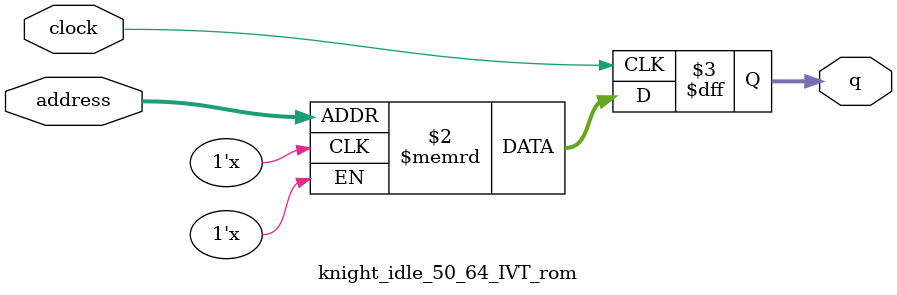
<source format=sv>
module knight_idle_50_64_IVT_rom (
	input logic clock,
	input logic [11:0] address,
	output logic [2:0] q
);

logic [2:0] memory [0:3199] /* synthesis ram_init_file = "./knight_idle_50_64_IVT/knight_idle_50_64_IVT.mif" */;

always_ff @ (posedge clock) begin
	q <= memory[address];
end

endmodule

</source>
